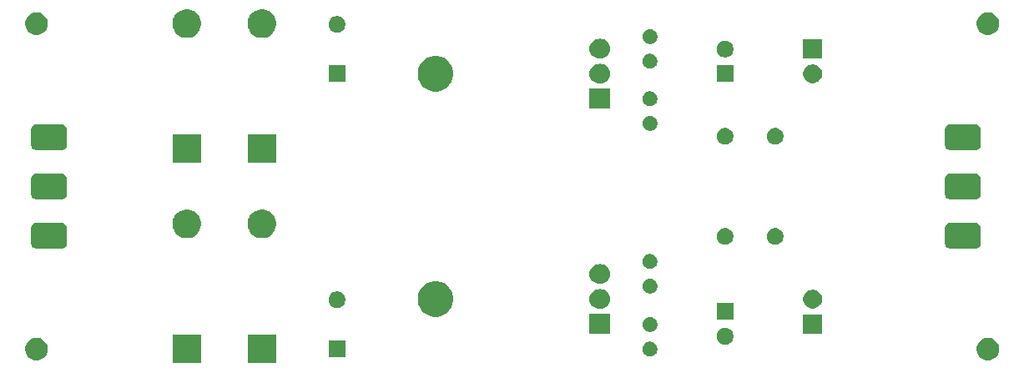
<source format=gbr>
%TF.GenerationSoftware,KiCad,Pcbnew,5.1.5+dfsg1-2build2*%
%TF.CreationDate,2021-08-20T15:01:26+02:00*%
%TF.ProjectId,power-supply,706f7765-722d-4737-9570-706c792e6b69,1.2*%
%TF.SameCoordinates,PX4d83c00PY6a95280*%
%TF.FileFunction,Soldermask,Top*%
%TF.FilePolarity,Negative*%
%FSLAX46Y46*%
G04 Gerber Fmt 4.6, Leading zero omitted, Abs format (unit mm)*
G04 Created by KiCad (PCBNEW 5.1.5+dfsg1-2build2) date 2021-08-20 15:01:26*
%MOMM*%
%LPD*%
G04 APERTURE LIST*
%ADD10C,0.150000*%
G04 APERTURE END LIST*
D10*
G36*
X26851000Y1089000D02*
G01*
X23949000Y1089000D01*
X23949000Y3991000D01*
X26851000Y3991000D01*
X26851000Y1089000D01*
G37*
G36*
X19231000Y1089000D02*
G01*
X16329000Y1089000D01*
X16329000Y3991000D01*
X19231000Y3991000D01*
X19231000Y1089000D01*
G37*
G36*
X2764549Y3668884D02*
G01*
X2875734Y3646768D01*
X3085203Y3560003D01*
X3273720Y3434040D01*
X3434040Y3273720D01*
X3560003Y3085203D01*
X3646768Y2875734D01*
X3691000Y2653364D01*
X3691000Y2426636D01*
X3646768Y2204266D01*
X3560003Y1994797D01*
X3434040Y1806280D01*
X3273720Y1645960D01*
X3085203Y1519997D01*
X2875734Y1433232D01*
X2764549Y1411116D01*
X2653365Y1389000D01*
X2426635Y1389000D01*
X2315451Y1411116D01*
X2204266Y1433232D01*
X1994797Y1519997D01*
X1806280Y1645960D01*
X1645960Y1806280D01*
X1519997Y1994797D01*
X1433232Y2204266D01*
X1389000Y2426636D01*
X1389000Y2653364D01*
X1433232Y2875734D01*
X1519997Y3085203D01*
X1645960Y3273720D01*
X1806280Y3434040D01*
X1994797Y3560003D01*
X2204266Y3646768D01*
X2315451Y3668884D01*
X2426635Y3691000D01*
X2653365Y3691000D01*
X2764549Y3668884D01*
G37*
G36*
X99284549Y3668884D02*
G01*
X99395734Y3646768D01*
X99605203Y3560003D01*
X99793720Y3434040D01*
X99954040Y3273720D01*
X100080003Y3085203D01*
X100166768Y2875734D01*
X100211000Y2653364D01*
X100211000Y2426636D01*
X100166768Y2204266D01*
X100080003Y1994797D01*
X99954040Y1806280D01*
X99793720Y1645960D01*
X99605203Y1519997D01*
X99395734Y1433232D01*
X99284549Y1411116D01*
X99173365Y1389000D01*
X98946635Y1389000D01*
X98835451Y1411116D01*
X98724266Y1433232D01*
X98514797Y1519997D01*
X98326280Y1645960D01*
X98165960Y1806280D01*
X98039997Y1994797D01*
X97953232Y2204266D01*
X97909000Y2426636D01*
X97909000Y2653364D01*
X97953232Y2875734D01*
X98039997Y3085203D01*
X98165960Y3273720D01*
X98326280Y3434040D01*
X98514797Y3560003D01*
X98724266Y3646768D01*
X98835451Y3668884D01*
X98946635Y3691000D01*
X99173365Y3691000D01*
X99284549Y3668884D01*
G37*
G36*
X33871000Y1689000D02*
G01*
X32169000Y1689000D01*
X32169000Y3391000D01*
X33871000Y3391000D01*
X33871000Y1689000D01*
G37*
G36*
X64989059Y3262140D02*
G01*
X65125732Y3205528D01*
X65248735Y3123340D01*
X65353340Y3018735D01*
X65435528Y2895732D01*
X65435529Y2895730D01*
X65492140Y2759059D01*
X65521000Y2613968D01*
X65521000Y2466032D01*
X65492140Y2320941D01*
X65443812Y2204266D01*
X65435528Y2184268D01*
X65353340Y2061265D01*
X65248735Y1956660D01*
X65125732Y1874472D01*
X65125731Y1874471D01*
X65125730Y1874471D01*
X64989059Y1817860D01*
X64843968Y1789000D01*
X64696032Y1789000D01*
X64550941Y1817860D01*
X64414270Y1874471D01*
X64414269Y1874471D01*
X64414268Y1874472D01*
X64291265Y1956660D01*
X64186660Y2061265D01*
X64104472Y2184268D01*
X64096189Y2204266D01*
X64047860Y2320941D01*
X64019000Y2466032D01*
X64019000Y2613968D01*
X64047860Y2759059D01*
X64104471Y2895730D01*
X64104472Y2895732D01*
X64186660Y3018735D01*
X64291265Y3123340D01*
X64414268Y3205528D01*
X64550941Y3262140D01*
X64696032Y3291000D01*
X64843968Y3291000D01*
X64989059Y3262140D01*
G37*
G36*
X72638228Y4668297D02*
G01*
X72793100Y4604147D01*
X72932481Y4511015D01*
X73051015Y4392481D01*
X73144147Y4253100D01*
X73208297Y4098228D01*
X73241000Y3933816D01*
X73241000Y3766184D01*
X73208297Y3601772D01*
X73144147Y3446900D01*
X73051015Y3307519D01*
X72932481Y3188985D01*
X72793100Y3095853D01*
X72638228Y3031703D01*
X72473816Y2999000D01*
X72306184Y2999000D01*
X72141772Y3031703D01*
X71986900Y3095853D01*
X71847519Y3188985D01*
X71728985Y3307519D01*
X71635853Y3446900D01*
X71571703Y3601772D01*
X71539000Y3766184D01*
X71539000Y3933816D01*
X71571703Y4098228D01*
X71635853Y4253100D01*
X71728985Y4392481D01*
X71847519Y4511015D01*
X71986900Y4604147D01*
X72141772Y4668297D01*
X72306184Y4701000D01*
X72473816Y4701000D01*
X72638228Y4668297D01*
G37*
G36*
X60741000Y4076500D02*
G01*
X58639000Y4076500D01*
X58639000Y6083500D01*
X60741000Y6083500D01*
X60741000Y4076500D01*
G37*
G36*
X82231000Y4129000D02*
G01*
X80329000Y4129000D01*
X80329000Y6031000D01*
X82231000Y6031000D01*
X82231000Y4129000D01*
G37*
G36*
X64989059Y5762140D02*
G01*
X65125732Y5705528D01*
X65248735Y5623340D01*
X65353340Y5518735D01*
X65435528Y5395732D01*
X65492140Y5259059D01*
X65521000Y5113967D01*
X65521000Y4966033D01*
X65492140Y4820941D01*
X65435528Y4684268D01*
X65353340Y4561265D01*
X65248735Y4456660D01*
X65125732Y4374472D01*
X65125731Y4374471D01*
X65125730Y4374471D01*
X64989059Y4317860D01*
X64843968Y4289000D01*
X64696032Y4289000D01*
X64550941Y4317860D01*
X64414270Y4374471D01*
X64414269Y4374471D01*
X64414268Y4374472D01*
X64291265Y4456660D01*
X64186660Y4561265D01*
X64104472Y4684268D01*
X64047860Y4820941D01*
X64019000Y4966033D01*
X64019000Y5113967D01*
X64047860Y5259059D01*
X64104472Y5395732D01*
X64186660Y5518735D01*
X64291265Y5623340D01*
X64414268Y5705528D01*
X64550941Y5762140D01*
X64696032Y5791000D01*
X64843968Y5791000D01*
X64989059Y5762140D01*
G37*
G36*
X73241000Y5499000D02*
G01*
X71539000Y5499000D01*
X71539000Y7201000D01*
X73241000Y7201000D01*
X73241000Y5499000D01*
G37*
G36*
X43555331Y9351789D02*
G01*
X43883092Y9216026D01*
X44178070Y9018928D01*
X44428928Y8768070D01*
X44626026Y8473092D01*
X44761789Y8145331D01*
X44831000Y7797384D01*
X44831000Y7442616D01*
X44761789Y7094669D01*
X44626026Y6766908D01*
X44428928Y6471930D01*
X44178070Y6221072D01*
X43883092Y6023974D01*
X43555331Y5888211D01*
X43207384Y5819000D01*
X42852616Y5819000D01*
X42504669Y5888211D01*
X42176908Y6023974D01*
X41881930Y6221072D01*
X41631072Y6471930D01*
X41433974Y6766908D01*
X41298211Y7094669D01*
X41229000Y7442616D01*
X41229000Y7797384D01*
X41298211Y8145331D01*
X41433974Y8473092D01*
X41631072Y8768070D01*
X41881930Y9018928D01*
X42176908Y9216026D01*
X42504669Y9351789D01*
X42852616Y9421000D01*
X43207384Y9421000D01*
X43555331Y9351789D01*
G37*
G36*
X59835936Y8618660D02*
G01*
X59934220Y8608980D01*
X60123381Y8551599D01*
X60297712Y8458417D01*
X60450515Y8333015D01*
X60575917Y8180212D01*
X60669099Y8005881D01*
X60726480Y7816720D01*
X60745855Y7620000D01*
X60726480Y7423280D01*
X60669099Y7234119D01*
X60575917Y7059788D01*
X60450515Y6906985D01*
X60297712Y6781583D01*
X60123381Y6688401D01*
X59934220Y6631020D01*
X59835936Y6621340D01*
X59786795Y6616500D01*
X59593205Y6616500D01*
X59544064Y6621340D01*
X59445780Y6631020D01*
X59256619Y6688401D01*
X59082288Y6781583D01*
X58929485Y6906985D01*
X58804083Y7059788D01*
X58710901Y7234119D01*
X58653520Y7423280D01*
X58634145Y7620000D01*
X58653520Y7816720D01*
X58710901Y8005881D01*
X58804083Y8180212D01*
X58929485Y8333015D01*
X59082288Y8458417D01*
X59256619Y8551599D01*
X59445780Y8608980D01*
X59544064Y8618660D01*
X59593205Y8623500D01*
X59786795Y8623500D01*
X59835936Y8618660D01*
G37*
G36*
X81557395Y8534454D02*
G01*
X81730466Y8462766D01*
X81747675Y8451267D01*
X81886227Y8358690D01*
X82018690Y8226227D01*
X82018691Y8226225D01*
X82122766Y8070466D01*
X82194454Y7897395D01*
X82231000Y7713667D01*
X82231000Y7526333D01*
X82194454Y7342605D01*
X82122766Y7169534D01*
X82072743Y7094669D01*
X82018690Y7013773D01*
X81886227Y6881310D01*
X81882747Y6878985D01*
X81730466Y6777234D01*
X81557395Y6705546D01*
X81373667Y6669000D01*
X81186333Y6669000D01*
X81002605Y6705546D01*
X80829534Y6777234D01*
X80677253Y6878985D01*
X80673773Y6881310D01*
X80541310Y7013773D01*
X80487257Y7094669D01*
X80437234Y7169534D01*
X80365546Y7342605D01*
X80329000Y7526333D01*
X80329000Y7713667D01*
X80365546Y7897395D01*
X80437234Y8070466D01*
X80541309Y8226225D01*
X80541310Y8226227D01*
X80673773Y8358690D01*
X80812325Y8451267D01*
X80829534Y8462766D01*
X81002605Y8534454D01*
X81186333Y8571000D01*
X81373667Y8571000D01*
X81557395Y8534454D01*
G37*
G36*
X33268228Y8358297D02*
G01*
X33423100Y8294147D01*
X33562481Y8201015D01*
X33681015Y8082481D01*
X33774147Y7943100D01*
X33838297Y7788228D01*
X33871000Y7623816D01*
X33871000Y7456184D01*
X33838297Y7291772D01*
X33774147Y7136900D01*
X33681015Y6997519D01*
X33562481Y6878985D01*
X33423100Y6785853D01*
X33268228Y6721703D01*
X33103816Y6689000D01*
X32936184Y6689000D01*
X32771772Y6721703D01*
X32616900Y6785853D01*
X32477519Y6878985D01*
X32358985Y6997519D01*
X32265853Y7136900D01*
X32201703Y7291772D01*
X32169000Y7456184D01*
X32169000Y7623816D01*
X32201703Y7788228D01*
X32265853Y7943100D01*
X32358985Y8082481D01*
X32477519Y8201015D01*
X32616900Y8294147D01*
X32771772Y8358297D01*
X32936184Y8391000D01*
X33103816Y8391000D01*
X33268228Y8358297D01*
G37*
G36*
X64989059Y9652140D02*
G01*
X65115448Y9599788D01*
X65125732Y9595528D01*
X65248735Y9513340D01*
X65353340Y9408735D01*
X65411573Y9321583D01*
X65435529Y9285730D01*
X65492140Y9149059D01*
X65521000Y9003968D01*
X65521000Y8856032D01*
X65492140Y8710941D01*
X65435528Y8574268D01*
X65353340Y8451265D01*
X65248735Y8346660D01*
X65125732Y8264472D01*
X65125731Y8264471D01*
X65125730Y8264471D01*
X64989059Y8207860D01*
X64843968Y8179000D01*
X64696032Y8179000D01*
X64550941Y8207860D01*
X64414270Y8264471D01*
X64414269Y8264471D01*
X64414268Y8264472D01*
X64291265Y8346660D01*
X64186660Y8451265D01*
X64104472Y8574268D01*
X64047860Y8710941D01*
X64019000Y8856032D01*
X64019000Y9003968D01*
X64047860Y9149059D01*
X64104471Y9285730D01*
X64128427Y9321583D01*
X64186660Y9408735D01*
X64291265Y9513340D01*
X64414268Y9595528D01*
X64424553Y9599788D01*
X64550941Y9652140D01*
X64696032Y9681000D01*
X64843968Y9681000D01*
X64989059Y9652140D01*
G37*
G36*
X59835936Y11158660D02*
G01*
X59934220Y11148980D01*
X60123381Y11091599D01*
X60297712Y10998417D01*
X60450515Y10873015D01*
X60575917Y10720212D01*
X60669099Y10545881D01*
X60726480Y10356720D01*
X60745855Y10160000D01*
X60726480Y9963280D01*
X60669099Y9774119D01*
X60575917Y9599788D01*
X60450515Y9446985D01*
X60297712Y9321583D01*
X60123381Y9228401D01*
X59934220Y9171020D01*
X59835936Y9161340D01*
X59786795Y9156500D01*
X59593205Y9156500D01*
X59544064Y9161340D01*
X59445780Y9171020D01*
X59256619Y9228401D01*
X59082288Y9321583D01*
X58929485Y9446985D01*
X58804083Y9599788D01*
X58710901Y9774119D01*
X58653520Y9963280D01*
X58634145Y10160000D01*
X58653520Y10356720D01*
X58710901Y10545881D01*
X58804083Y10720212D01*
X58929485Y10873015D01*
X59082288Y10998417D01*
X59256619Y11091599D01*
X59445780Y11148980D01*
X59544064Y11158660D01*
X59593205Y11163500D01*
X59786795Y11163500D01*
X59835936Y11158660D01*
G37*
G36*
X64989059Y12152140D02*
G01*
X65125732Y12095528D01*
X65248735Y12013340D01*
X65353340Y11908735D01*
X65435528Y11785732D01*
X65492140Y11649059D01*
X65521000Y11503967D01*
X65521000Y11356033D01*
X65492140Y11210941D01*
X65435528Y11074268D01*
X65353340Y10951265D01*
X65248735Y10846660D01*
X65125732Y10764472D01*
X65125731Y10764471D01*
X65125730Y10764471D01*
X64989059Y10707860D01*
X64843968Y10679000D01*
X64696032Y10679000D01*
X64550941Y10707860D01*
X64414270Y10764471D01*
X64414269Y10764471D01*
X64414268Y10764472D01*
X64291265Y10846660D01*
X64186660Y10951265D01*
X64104472Y11074268D01*
X64047860Y11210941D01*
X64019000Y11356033D01*
X64019000Y11503967D01*
X64047860Y11649059D01*
X64104472Y11785732D01*
X64186660Y11908735D01*
X64291265Y12013340D01*
X64414268Y12095528D01*
X64550941Y12152140D01*
X64696032Y12181000D01*
X64843968Y12181000D01*
X64989059Y12152140D01*
G37*
G36*
X97859544Y15358917D02*
G01*
X97971616Y15324920D01*
X98074894Y15269717D01*
X98165422Y15195422D01*
X98239717Y15104894D01*
X98294920Y15001616D01*
X98328917Y14889544D01*
X98341000Y14766860D01*
X98341000Y13333140D01*
X98328917Y13210456D01*
X98294920Y13098384D01*
X98239717Y12995106D01*
X98165422Y12904578D01*
X98074894Y12830283D01*
X97971616Y12775080D01*
X97859544Y12741083D01*
X97736860Y12729000D01*
X95303140Y12729000D01*
X95180456Y12741083D01*
X95068384Y12775080D01*
X94965106Y12830283D01*
X94874578Y12904578D01*
X94800283Y12995106D01*
X94745080Y13098384D01*
X94711083Y13210456D01*
X94699000Y13333140D01*
X94699000Y14766860D01*
X94711083Y14889544D01*
X94745080Y15001616D01*
X94800283Y15104894D01*
X94874578Y15195422D01*
X94965106Y15269717D01*
X95068384Y15324920D01*
X95180456Y15358917D01*
X95303140Y15371000D01*
X97736860Y15371000D01*
X97859544Y15358917D01*
G37*
G36*
X5149544Y15358917D02*
G01*
X5261616Y15324920D01*
X5364894Y15269717D01*
X5455422Y15195422D01*
X5529717Y15104894D01*
X5584920Y15001616D01*
X5618917Y14889544D01*
X5631000Y14766860D01*
X5631000Y13333140D01*
X5618917Y13210456D01*
X5584920Y13098384D01*
X5529717Y12995106D01*
X5455422Y12904578D01*
X5364894Y12830283D01*
X5261616Y12775080D01*
X5149544Y12741083D01*
X5026860Y12729000D01*
X2593140Y12729000D01*
X2470456Y12741083D01*
X2358384Y12775080D01*
X2255106Y12830283D01*
X2164578Y12904578D01*
X2090283Y12995106D01*
X2035080Y13098384D01*
X2001083Y13210456D01*
X1989000Y13333140D01*
X1989000Y14766860D01*
X2001083Y14889544D01*
X2035080Y15001616D01*
X2090283Y15104894D01*
X2164578Y15195422D01*
X2255106Y15269717D01*
X2358384Y15324920D01*
X2470456Y15358917D01*
X2593140Y15371000D01*
X5026860Y15371000D01*
X5149544Y15358917D01*
G37*
G36*
X72638228Y14788297D02*
G01*
X72793100Y14724147D01*
X72932481Y14631015D01*
X73051015Y14512481D01*
X73144147Y14373100D01*
X73208297Y14218228D01*
X73241000Y14053816D01*
X73241000Y13886184D01*
X73208297Y13721772D01*
X73144147Y13566900D01*
X73051015Y13427519D01*
X72932481Y13308985D01*
X72793100Y13215853D01*
X72638228Y13151703D01*
X72473816Y13119000D01*
X72306184Y13119000D01*
X72141772Y13151703D01*
X71986900Y13215853D01*
X71847519Y13308985D01*
X71728985Y13427519D01*
X71635853Y13566900D01*
X71571703Y13721772D01*
X71539000Y13886184D01*
X71539000Y14053816D01*
X71571703Y14218228D01*
X71635853Y14373100D01*
X71728985Y14512481D01*
X71847519Y14631015D01*
X71986900Y14724147D01*
X72141772Y14788297D01*
X72306184Y14821000D01*
X72473816Y14821000D01*
X72638228Y14788297D01*
G37*
G36*
X77718228Y14788297D02*
G01*
X77873100Y14724147D01*
X78012481Y14631015D01*
X78131015Y14512481D01*
X78224147Y14373100D01*
X78288297Y14218228D01*
X78321000Y14053816D01*
X78321000Y13886184D01*
X78288297Y13721772D01*
X78224147Y13566900D01*
X78131015Y13427519D01*
X78012481Y13308985D01*
X77873100Y13215853D01*
X77718228Y13151703D01*
X77553816Y13119000D01*
X77386184Y13119000D01*
X77221772Y13151703D01*
X77066900Y13215853D01*
X76927519Y13308985D01*
X76808985Y13427519D01*
X76715853Y13566900D01*
X76651703Y13721772D01*
X76619000Y13886184D01*
X76619000Y14053816D01*
X76651703Y14218228D01*
X76715853Y14373100D01*
X76808985Y14512481D01*
X76927519Y14631015D01*
X77066900Y14724147D01*
X77221772Y14788297D01*
X77386184Y14821000D01*
X77553816Y14821000D01*
X77718228Y14788297D01*
G37*
G36*
X25823241Y16635240D02*
G01*
X26087305Y16525861D01*
X26324958Y16367066D01*
X26527066Y16164958D01*
X26685861Y15927305D01*
X26795240Y15663241D01*
X26851000Y15382912D01*
X26851000Y15097088D01*
X26795240Y14816759D01*
X26685861Y14552695D01*
X26527066Y14315042D01*
X26324958Y14112934D01*
X26087305Y13954139D01*
X25823241Y13844760D01*
X25542912Y13789000D01*
X25257088Y13789000D01*
X24976759Y13844760D01*
X24712695Y13954139D01*
X24475042Y14112934D01*
X24272934Y14315042D01*
X24114139Y14552695D01*
X24004760Y14816759D01*
X23949000Y15097088D01*
X23949000Y15382912D01*
X24004760Y15663241D01*
X24114139Y15927305D01*
X24272934Y16164958D01*
X24475042Y16367066D01*
X24712695Y16525861D01*
X24976759Y16635240D01*
X25257088Y16691000D01*
X25542912Y16691000D01*
X25823241Y16635240D01*
G37*
G36*
X18203241Y16635240D02*
G01*
X18467305Y16525861D01*
X18704958Y16367066D01*
X18907066Y16164958D01*
X19065861Y15927305D01*
X19175240Y15663241D01*
X19231000Y15382912D01*
X19231000Y15097088D01*
X19175240Y14816759D01*
X19065861Y14552695D01*
X18907066Y14315042D01*
X18704958Y14112934D01*
X18467305Y13954139D01*
X18203241Y13844760D01*
X17922912Y13789000D01*
X17637088Y13789000D01*
X17356759Y13844760D01*
X17092695Y13954139D01*
X16855042Y14112934D01*
X16652934Y14315042D01*
X16494139Y14552695D01*
X16384760Y14816759D01*
X16329000Y15097088D01*
X16329000Y15382912D01*
X16384760Y15663241D01*
X16494139Y15927305D01*
X16652934Y16164958D01*
X16855042Y16367066D01*
X17092695Y16525861D01*
X17356759Y16635240D01*
X17637088Y16691000D01*
X17922912Y16691000D01*
X18203241Y16635240D01*
G37*
G36*
X97859544Y20358917D02*
G01*
X97971616Y20324920D01*
X98074894Y20269717D01*
X98165422Y20195422D01*
X98239717Y20104894D01*
X98294920Y20001616D01*
X98328917Y19889544D01*
X98341000Y19766860D01*
X98341000Y18333140D01*
X98328917Y18210456D01*
X98294920Y18098384D01*
X98239717Y17995106D01*
X98165422Y17904578D01*
X98074894Y17830283D01*
X97971616Y17775080D01*
X97859544Y17741083D01*
X97736860Y17729000D01*
X95303140Y17729000D01*
X95180456Y17741083D01*
X95068384Y17775080D01*
X94965106Y17830283D01*
X94874578Y17904578D01*
X94800283Y17995106D01*
X94745080Y18098384D01*
X94711083Y18210456D01*
X94699000Y18333140D01*
X94699000Y19766860D01*
X94711083Y19889544D01*
X94745080Y20001616D01*
X94800283Y20104894D01*
X94874578Y20195422D01*
X94965106Y20269717D01*
X95068384Y20324920D01*
X95180456Y20358917D01*
X95303140Y20371000D01*
X97736860Y20371000D01*
X97859544Y20358917D01*
G37*
G36*
X5149544Y20358917D02*
G01*
X5261616Y20324920D01*
X5364894Y20269717D01*
X5455422Y20195422D01*
X5529717Y20104894D01*
X5584920Y20001616D01*
X5618917Y19889544D01*
X5631000Y19766860D01*
X5631000Y18333140D01*
X5618917Y18210456D01*
X5584920Y18098384D01*
X5529717Y17995106D01*
X5455422Y17904578D01*
X5364894Y17830283D01*
X5261616Y17775080D01*
X5149544Y17741083D01*
X5026860Y17729000D01*
X2593140Y17729000D01*
X2470456Y17741083D01*
X2358384Y17775080D01*
X2255106Y17830283D01*
X2164578Y17904578D01*
X2090283Y17995106D01*
X2035080Y18098384D01*
X2001083Y18210456D01*
X1989000Y18333140D01*
X1989000Y19766860D01*
X2001083Y19889544D01*
X2035080Y20001616D01*
X2090283Y20104894D01*
X2164578Y20195422D01*
X2255106Y20269717D01*
X2358384Y20324920D01*
X2470456Y20358917D01*
X2593140Y20371000D01*
X5026860Y20371000D01*
X5149544Y20358917D01*
G37*
G36*
X26851000Y21409000D02*
G01*
X23949000Y21409000D01*
X23949000Y24311000D01*
X26851000Y24311000D01*
X26851000Y21409000D01*
G37*
G36*
X19231000Y21409000D02*
G01*
X16329000Y21409000D01*
X16329000Y24311000D01*
X19231000Y24311000D01*
X19231000Y21409000D01*
G37*
G36*
X97859544Y25358917D02*
G01*
X97971616Y25324920D01*
X98074894Y25269717D01*
X98165422Y25195422D01*
X98239717Y25104894D01*
X98294920Y25001616D01*
X98328917Y24889544D01*
X98341000Y24766860D01*
X98341000Y23333140D01*
X98328917Y23210456D01*
X98294920Y23098384D01*
X98239717Y22995106D01*
X98165422Y22904578D01*
X98074894Y22830283D01*
X97971616Y22775080D01*
X97859544Y22741083D01*
X97736860Y22729000D01*
X95303140Y22729000D01*
X95180456Y22741083D01*
X95068384Y22775080D01*
X94965106Y22830283D01*
X94874578Y22904578D01*
X94800283Y22995106D01*
X94745080Y23098384D01*
X94711083Y23210456D01*
X94699000Y23333140D01*
X94699000Y24766860D01*
X94711083Y24889544D01*
X94745080Y25001616D01*
X94800283Y25104894D01*
X94874578Y25195422D01*
X94965106Y25269717D01*
X95068384Y25324920D01*
X95180456Y25358917D01*
X95303140Y25371000D01*
X97736860Y25371000D01*
X97859544Y25358917D01*
G37*
G36*
X5149544Y25358917D02*
G01*
X5261616Y25324920D01*
X5364894Y25269717D01*
X5455422Y25195422D01*
X5529717Y25104894D01*
X5584920Y25001616D01*
X5618917Y24889544D01*
X5631000Y24766860D01*
X5631000Y23333140D01*
X5618917Y23210456D01*
X5584920Y23098384D01*
X5529717Y22995106D01*
X5455422Y22904578D01*
X5364894Y22830283D01*
X5261616Y22775080D01*
X5149544Y22741083D01*
X5026860Y22729000D01*
X2593140Y22729000D01*
X2470456Y22741083D01*
X2358384Y22775080D01*
X2255106Y22830283D01*
X2164578Y22904578D01*
X2090283Y22995106D01*
X2035080Y23098384D01*
X2001083Y23210456D01*
X1989000Y23333140D01*
X1989000Y24766860D01*
X2001083Y24889544D01*
X2035080Y25001616D01*
X2090283Y25104894D01*
X2164578Y25195422D01*
X2255106Y25269717D01*
X2358384Y25324920D01*
X2470456Y25358917D01*
X2593140Y25371000D01*
X5026860Y25371000D01*
X5149544Y25358917D01*
G37*
G36*
X72638228Y24948297D02*
G01*
X72793100Y24884147D01*
X72932481Y24791015D01*
X73051015Y24672481D01*
X73144147Y24533100D01*
X73208297Y24378228D01*
X73241000Y24213816D01*
X73241000Y24046184D01*
X73208297Y23881772D01*
X73144147Y23726900D01*
X73051015Y23587519D01*
X72932481Y23468985D01*
X72793100Y23375853D01*
X72638228Y23311703D01*
X72473816Y23279000D01*
X72306184Y23279000D01*
X72141772Y23311703D01*
X71986900Y23375853D01*
X71847519Y23468985D01*
X71728985Y23587519D01*
X71635853Y23726900D01*
X71571703Y23881772D01*
X71539000Y24046184D01*
X71539000Y24213816D01*
X71571703Y24378228D01*
X71635853Y24533100D01*
X71728985Y24672481D01*
X71847519Y24791015D01*
X71986900Y24884147D01*
X72141772Y24948297D01*
X72306184Y24981000D01*
X72473816Y24981000D01*
X72638228Y24948297D01*
G37*
G36*
X77718228Y24948297D02*
G01*
X77873100Y24884147D01*
X78012481Y24791015D01*
X78131015Y24672481D01*
X78224147Y24533100D01*
X78288297Y24378228D01*
X78321000Y24213816D01*
X78321000Y24046184D01*
X78288297Y23881772D01*
X78224147Y23726900D01*
X78131015Y23587519D01*
X78012481Y23468985D01*
X77873100Y23375853D01*
X77718228Y23311703D01*
X77553816Y23279000D01*
X77386184Y23279000D01*
X77221772Y23311703D01*
X77066900Y23375853D01*
X76927519Y23468985D01*
X76808985Y23587519D01*
X76715853Y23726900D01*
X76651703Y23881772D01*
X76619000Y24046184D01*
X76619000Y24213816D01*
X76651703Y24378228D01*
X76715853Y24533100D01*
X76808985Y24672481D01*
X76927519Y24791015D01*
X77066900Y24884147D01*
X77221772Y24948297D01*
X77386184Y24981000D01*
X77553816Y24981000D01*
X77718228Y24948297D01*
G37*
G36*
X64989059Y26162140D02*
G01*
X65125732Y26105528D01*
X65248735Y26023340D01*
X65353340Y25918735D01*
X65435528Y25795732D01*
X65492140Y25659059D01*
X65521000Y25513967D01*
X65521000Y25366033D01*
X65492140Y25220941D01*
X65435528Y25084268D01*
X65353340Y24961265D01*
X65248735Y24856660D01*
X65125732Y24774472D01*
X65125731Y24774471D01*
X65125730Y24774471D01*
X64989059Y24717860D01*
X64843968Y24689000D01*
X64696032Y24689000D01*
X64550941Y24717860D01*
X64414270Y24774471D01*
X64414269Y24774471D01*
X64414268Y24774472D01*
X64291265Y24856660D01*
X64186660Y24961265D01*
X64104472Y25084268D01*
X64047860Y25220941D01*
X64019000Y25366033D01*
X64019000Y25513967D01*
X64047860Y25659059D01*
X64104472Y25795732D01*
X64186660Y25918735D01*
X64291265Y26023340D01*
X64414268Y26105528D01*
X64550941Y26162140D01*
X64696032Y26191000D01*
X64843968Y26191000D01*
X64989059Y26162140D01*
G37*
G36*
X60741000Y26936500D02*
G01*
X58639000Y26936500D01*
X58639000Y28943500D01*
X60741000Y28943500D01*
X60741000Y26936500D01*
G37*
G36*
X64989059Y28662140D02*
G01*
X65125732Y28605528D01*
X65248735Y28523340D01*
X65353340Y28418735D01*
X65435528Y28295732D01*
X65492140Y28159059D01*
X65521000Y28013967D01*
X65521000Y27866033D01*
X65492140Y27720941D01*
X65435528Y27584268D01*
X65353340Y27461265D01*
X65248735Y27356660D01*
X65125732Y27274472D01*
X65125731Y27274471D01*
X65125730Y27274471D01*
X64989059Y27217860D01*
X64843968Y27189000D01*
X64696032Y27189000D01*
X64550941Y27217860D01*
X64414270Y27274471D01*
X64414269Y27274471D01*
X64414268Y27274472D01*
X64291265Y27356660D01*
X64186660Y27461265D01*
X64104472Y27584268D01*
X64047860Y27720941D01*
X64019000Y27866033D01*
X64019000Y28013967D01*
X64047860Y28159059D01*
X64104472Y28295732D01*
X64186660Y28418735D01*
X64291265Y28523340D01*
X64414268Y28605528D01*
X64550941Y28662140D01*
X64696032Y28691000D01*
X64843968Y28691000D01*
X64989059Y28662140D01*
G37*
G36*
X43555331Y32211789D02*
G01*
X43883092Y32076026D01*
X44178070Y31878928D01*
X44428928Y31628070D01*
X44626026Y31333092D01*
X44761789Y31005331D01*
X44831000Y30657384D01*
X44831000Y30302616D01*
X44761789Y29954669D01*
X44626026Y29626908D01*
X44428928Y29331930D01*
X44178070Y29081072D01*
X43883092Y28883974D01*
X43555331Y28748211D01*
X43207384Y28679000D01*
X42852616Y28679000D01*
X42504669Y28748211D01*
X42176908Y28883974D01*
X41881930Y29081072D01*
X41631072Y29331930D01*
X41433974Y29626908D01*
X41298211Y29954669D01*
X41229000Y30302616D01*
X41229000Y30657384D01*
X41298211Y31005331D01*
X41433974Y31333092D01*
X41631072Y31628070D01*
X41881930Y31878928D01*
X42176908Y32076026D01*
X42504669Y32211789D01*
X42852616Y32281000D01*
X43207384Y32281000D01*
X43555331Y32211789D01*
G37*
G36*
X59835936Y31478660D02*
G01*
X59934220Y31468980D01*
X60123381Y31411599D01*
X60297712Y31318417D01*
X60450515Y31193015D01*
X60575917Y31040212D01*
X60669099Y30865881D01*
X60726480Y30676720D01*
X60745855Y30480000D01*
X60726480Y30283280D01*
X60669099Y30094119D01*
X60575917Y29919788D01*
X60450515Y29766985D01*
X60297712Y29641583D01*
X60123381Y29548401D01*
X59934220Y29491020D01*
X59835936Y29481340D01*
X59786795Y29476500D01*
X59593205Y29476500D01*
X59544064Y29481340D01*
X59445780Y29491020D01*
X59256619Y29548401D01*
X59082288Y29641583D01*
X58929485Y29766985D01*
X58804083Y29919788D01*
X58710901Y30094119D01*
X58653520Y30283280D01*
X58634145Y30480000D01*
X58653520Y30676720D01*
X58710901Y30865881D01*
X58804083Y31040212D01*
X58929485Y31193015D01*
X59082288Y31318417D01*
X59256619Y31411599D01*
X59445780Y31468980D01*
X59544064Y31478660D01*
X59593205Y31483500D01*
X59786795Y31483500D01*
X59835936Y31478660D01*
G37*
G36*
X81557395Y31394454D02*
G01*
X81730466Y31322766D01*
X81807540Y31271267D01*
X81886227Y31218690D01*
X82018690Y31086227D01*
X82019863Y31084471D01*
X82122766Y30930466D01*
X82194454Y30757395D01*
X82231000Y30573667D01*
X82231000Y30386333D01*
X82194454Y30202605D01*
X82122766Y30029534D01*
X82122765Y30029533D01*
X82018690Y29873773D01*
X81886227Y29741310D01*
X81807818Y29688919D01*
X81730466Y29637234D01*
X81557395Y29565546D01*
X81373667Y29529000D01*
X81186333Y29529000D01*
X81002605Y29565546D01*
X80829534Y29637234D01*
X80752182Y29688919D01*
X80673773Y29741310D01*
X80541310Y29873773D01*
X80437235Y30029533D01*
X80437234Y30029534D01*
X80365546Y30202605D01*
X80329000Y30386333D01*
X80329000Y30573667D01*
X80365546Y30757395D01*
X80437234Y30930466D01*
X80540137Y31084471D01*
X80541310Y31086227D01*
X80673773Y31218690D01*
X80752460Y31271267D01*
X80829534Y31322766D01*
X81002605Y31394454D01*
X81186333Y31431000D01*
X81373667Y31431000D01*
X81557395Y31394454D01*
G37*
G36*
X33871000Y29629000D02*
G01*
X32169000Y29629000D01*
X32169000Y31331000D01*
X33871000Y31331000D01*
X33871000Y29629000D01*
G37*
G36*
X73241000Y29629000D02*
G01*
X71539000Y29629000D01*
X71539000Y31331000D01*
X73241000Y31331000D01*
X73241000Y29629000D01*
G37*
G36*
X64989059Y32472140D02*
G01*
X65125732Y32415528D01*
X65248735Y32333340D01*
X65353340Y32228735D01*
X65435528Y32105732D01*
X65492140Y31969059D01*
X65521000Y31823967D01*
X65521000Y31676033D01*
X65492140Y31530941D01*
X65435528Y31394268D01*
X65353340Y31271265D01*
X65248735Y31166660D01*
X65125732Y31084472D01*
X65125731Y31084471D01*
X65125730Y31084471D01*
X64989059Y31027860D01*
X64843968Y30999000D01*
X64696032Y30999000D01*
X64550941Y31027860D01*
X64414270Y31084471D01*
X64414269Y31084471D01*
X64414268Y31084472D01*
X64291265Y31166660D01*
X64186660Y31271265D01*
X64104472Y31394268D01*
X64047860Y31530941D01*
X64019000Y31676033D01*
X64019000Y31823967D01*
X64047860Y31969059D01*
X64104472Y32105732D01*
X64186660Y32228735D01*
X64291265Y32333340D01*
X64414268Y32415528D01*
X64550941Y32472140D01*
X64696032Y32501000D01*
X64843968Y32501000D01*
X64989059Y32472140D01*
G37*
G36*
X59835936Y34018660D02*
G01*
X59934220Y34008980D01*
X60123381Y33951599D01*
X60297712Y33858417D01*
X60450515Y33733015D01*
X60575917Y33580212D01*
X60669099Y33405881D01*
X60726480Y33216720D01*
X60745855Y33020000D01*
X60726480Y32823280D01*
X60669099Y32634119D01*
X60575917Y32459788D01*
X60450515Y32306985D01*
X60297712Y32181583D01*
X60123381Y32088401D01*
X59934220Y32031020D01*
X59835936Y32021340D01*
X59786795Y32016500D01*
X59593205Y32016500D01*
X59544064Y32021340D01*
X59445780Y32031020D01*
X59256619Y32088401D01*
X59082288Y32181583D01*
X58929485Y32306985D01*
X58804083Y32459788D01*
X58710901Y32634119D01*
X58653520Y32823280D01*
X58634145Y33020000D01*
X58653520Y33216720D01*
X58710901Y33405881D01*
X58804083Y33580212D01*
X58929485Y33733015D01*
X59082288Y33858417D01*
X59256619Y33951599D01*
X59445780Y34008980D01*
X59544064Y34018660D01*
X59593205Y34023500D01*
X59786795Y34023500D01*
X59835936Y34018660D01*
G37*
G36*
X82231000Y32069000D02*
G01*
X80329000Y32069000D01*
X80329000Y33971000D01*
X82231000Y33971000D01*
X82231000Y32069000D01*
G37*
G36*
X72638228Y33798297D02*
G01*
X72793100Y33734147D01*
X72932481Y33641015D01*
X73051015Y33522481D01*
X73144147Y33383100D01*
X73208297Y33228228D01*
X73241000Y33063816D01*
X73241000Y32896184D01*
X73208297Y32731772D01*
X73144147Y32576900D01*
X73051015Y32437519D01*
X72932481Y32318985D01*
X72793100Y32225853D01*
X72638228Y32161703D01*
X72473816Y32129000D01*
X72306184Y32129000D01*
X72141772Y32161703D01*
X71986900Y32225853D01*
X71847519Y32318985D01*
X71728985Y32437519D01*
X71635853Y32576900D01*
X71571703Y32731772D01*
X71539000Y32896184D01*
X71539000Y33063816D01*
X71571703Y33228228D01*
X71635853Y33383100D01*
X71728985Y33522481D01*
X71847519Y33641015D01*
X71986900Y33734147D01*
X72141772Y33798297D01*
X72306184Y33831000D01*
X72473816Y33831000D01*
X72638228Y33798297D01*
G37*
G36*
X64989059Y34972140D02*
G01*
X65125732Y34915528D01*
X65248735Y34833340D01*
X65353340Y34728735D01*
X65435528Y34605732D01*
X65435529Y34605730D01*
X65462757Y34539996D01*
X65492140Y34469059D01*
X65521000Y34323967D01*
X65521000Y34176033D01*
X65492140Y34030941D01*
X65435528Y33894268D01*
X65353340Y33771265D01*
X65248735Y33666660D01*
X65125732Y33584472D01*
X65125731Y33584471D01*
X65125730Y33584471D01*
X64989059Y33527860D01*
X64843968Y33499000D01*
X64696032Y33499000D01*
X64550941Y33527860D01*
X64414270Y33584471D01*
X64414269Y33584471D01*
X64414268Y33584472D01*
X64291265Y33666660D01*
X64186660Y33771265D01*
X64104472Y33894268D01*
X64047860Y34030941D01*
X64019000Y34176033D01*
X64019000Y34323967D01*
X64047860Y34469059D01*
X64077243Y34539996D01*
X64104471Y34605730D01*
X64104472Y34605732D01*
X64186660Y34728735D01*
X64291265Y34833340D01*
X64414268Y34915528D01*
X64550941Y34972140D01*
X64696032Y35001000D01*
X64843968Y35001000D01*
X64989059Y34972140D01*
G37*
G36*
X25823241Y36955240D02*
G01*
X26087305Y36845861D01*
X26324958Y36687066D01*
X26527066Y36484958D01*
X26685861Y36247305D01*
X26795240Y35983241D01*
X26851000Y35702912D01*
X26851000Y35417088D01*
X26795240Y35136759D01*
X26685861Y34872695D01*
X26527066Y34635042D01*
X26324958Y34432934D01*
X26087305Y34274139D01*
X25823241Y34164760D01*
X25542912Y34109000D01*
X25257088Y34109000D01*
X24976759Y34164760D01*
X24712695Y34274139D01*
X24475042Y34432934D01*
X24272934Y34635042D01*
X24114139Y34872695D01*
X24004760Y35136759D01*
X23949000Y35417088D01*
X23949000Y35702912D01*
X24004760Y35983241D01*
X24114139Y36247305D01*
X24272934Y36484958D01*
X24475042Y36687066D01*
X24712695Y36845861D01*
X24976759Y36955240D01*
X25257088Y37011000D01*
X25542912Y37011000D01*
X25823241Y36955240D01*
G37*
G36*
X18203241Y36955240D02*
G01*
X18467305Y36845861D01*
X18704958Y36687066D01*
X18907066Y36484958D01*
X19065861Y36247305D01*
X19175240Y35983241D01*
X19231000Y35702912D01*
X19231000Y35417088D01*
X19175240Y35136759D01*
X19065861Y34872695D01*
X18907066Y34635042D01*
X18704958Y34432934D01*
X18467305Y34274139D01*
X18203241Y34164760D01*
X17922912Y34109000D01*
X17637088Y34109000D01*
X17356759Y34164760D01*
X17092695Y34274139D01*
X16855042Y34432934D01*
X16652934Y34635042D01*
X16494139Y34872695D01*
X16384760Y35136759D01*
X16329000Y35417088D01*
X16329000Y35702912D01*
X16384760Y35983241D01*
X16494139Y36247305D01*
X16652934Y36484958D01*
X16855042Y36687066D01*
X17092695Y36845861D01*
X17356759Y36955240D01*
X17637088Y37011000D01*
X17922912Y37011000D01*
X18203241Y36955240D01*
G37*
G36*
X99284549Y36688884D02*
G01*
X99395734Y36666768D01*
X99605203Y36580003D01*
X99793720Y36454040D01*
X99954040Y36293720D01*
X100080003Y36105203D01*
X100166768Y35895734D01*
X100211000Y35673364D01*
X100211000Y35446636D01*
X100166768Y35224266D01*
X100080003Y35014797D01*
X99954040Y34826280D01*
X99793720Y34665960D01*
X99605203Y34539997D01*
X99395734Y34453232D01*
X99293694Y34432935D01*
X99173365Y34409000D01*
X98946635Y34409000D01*
X98826306Y34432935D01*
X98724266Y34453232D01*
X98514797Y34539997D01*
X98326280Y34665960D01*
X98165960Y34826280D01*
X98039997Y35014797D01*
X97953232Y35224266D01*
X97909000Y35446636D01*
X97909000Y35673364D01*
X97953232Y35895734D01*
X98039997Y36105203D01*
X98165960Y36293720D01*
X98326280Y36454040D01*
X98514797Y36580003D01*
X98724266Y36666768D01*
X98835451Y36688884D01*
X98946635Y36711000D01*
X99173365Y36711000D01*
X99284549Y36688884D01*
G37*
G36*
X2764549Y36688884D02*
G01*
X2875734Y36666768D01*
X3085203Y36580003D01*
X3273720Y36454040D01*
X3434040Y36293720D01*
X3560003Y36105203D01*
X3646768Y35895734D01*
X3691000Y35673364D01*
X3691000Y35446636D01*
X3646768Y35224266D01*
X3560003Y35014797D01*
X3434040Y34826280D01*
X3273720Y34665960D01*
X3085203Y34539997D01*
X2875734Y34453232D01*
X2773694Y34432935D01*
X2653365Y34409000D01*
X2426635Y34409000D01*
X2306306Y34432935D01*
X2204266Y34453232D01*
X1994797Y34539997D01*
X1806280Y34665960D01*
X1645960Y34826280D01*
X1519997Y35014797D01*
X1433232Y35224266D01*
X1389000Y35446636D01*
X1389000Y35673364D01*
X1433232Y35895734D01*
X1519997Y36105203D01*
X1645960Y36293720D01*
X1806280Y36454040D01*
X1994797Y36580003D01*
X2204266Y36666768D01*
X2315451Y36688884D01*
X2426635Y36711000D01*
X2653365Y36711000D01*
X2764549Y36688884D01*
G37*
G36*
X33268228Y36298297D02*
G01*
X33423100Y36234147D01*
X33562481Y36141015D01*
X33681015Y36022481D01*
X33774147Y35883100D01*
X33838297Y35728228D01*
X33871000Y35563816D01*
X33871000Y35396184D01*
X33838297Y35231772D01*
X33774147Y35076900D01*
X33681015Y34937519D01*
X33562481Y34818985D01*
X33423100Y34725853D01*
X33268228Y34661703D01*
X33103816Y34629000D01*
X32936184Y34629000D01*
X32771772Y34661703D01*
X32616900Y34725853D01*
X32477519Y34818985D01*
X32358985Y34937519D01*
X32265853Y35076900D01*
X32201703Y35231772D01*
X32169000Y35396184D01*
X32169000Y35563816D01*
X32201703Y35728228D01*
X32265853Y35883100D01*
X32358985Y36022481D01*
X32477519Y36141015D01*
X32616900Y36234147D01*
X32771772Y36298297D01*
X32936184Y36331000D01*
X33103816Y36331000D01*
X33268228Y36298297D01*
G37*
M02*

</source>
